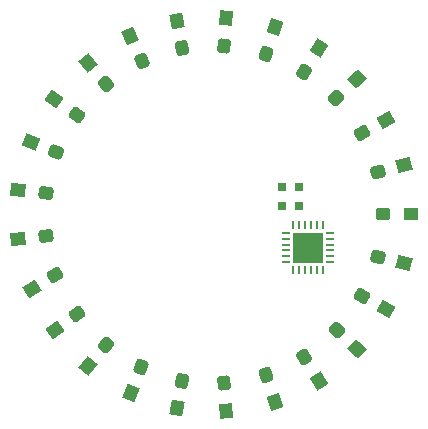
<source format=gtp>
G04*
G04 #@! TF.GenerationSoftware,Altium Limited,Altium Designer,23.8.1 (32)*
G04*
G04 Layer_Color=8421504*
%FSLAX44Y44*%
%MOMM*%
G71*
G04*
G04 #@! TF.SameCoordinates,569DF6A4-0AC1-4917-97B5-21C436C54E36*
G04*
G04*
G04 #@! TF.FilePolarity,Positive*
G04*
G01*
G75*
%ADD16R,2.5500X2.5500*%
%ADD17R,0.2500X0.8000*%
%ADD18R,0.8000X0.2500*%
G04:AMPARAMS|DCode=19|XSize=1.25mm|YSize=1.1mm|CornerRadius=0.275mm|HoleSize=0mm|Usage=FLASHONLY|Rotation=260.143|XOffset=0mm|YOffset=0mm|HoleType=Round|Shape=RoundedRectangle|*
%AMROUNDEDRECTD19*
21,1,1.2500,0.5500,0,0,260.143*
21,1,0.7000,1.1000,0,0,260.143*
1,1,0.5500,-0.3309,-0.2978*
1,1,0.5500,-0.2110,0.3919*
1,1,0.5500,0.3309,0.2978*
1,1,0.5500,0.2110,-0.3919*
%
%ADD19ROUNDEDRECTD19*%
G04:AMPARAMS|DCode=20|XSize=1.25mm|YSize=1.1mm|CornerRadius=0mm|HoleSize=0mm|Usage=FLASHONLY|Rotation=260.143|XOffset=0mm|YOffset=0mm|HoleType=Round|Shape=Rectangle|*
%AMROTATEDRECTD20*
4,1,4,-0.4349,0.7099,0.6489,0.5216,0.4349,-0.7099,-0.6489,-0.5216,-0.4349,0.7099,0.0*
%
%ADD20ROTATEDRECTD20*%

G04:AMPARAMS|DCode=21|XSize=1.25mm|YSize=1.1mm|CornerRadius=0.275mm|HoleSize=0mm|Usage=FLASHONLY|Rotation=230.400|XOffset=0mm|YOffset=0mm|HoleType=Round|Shape=RoundedRectangle|*
%AMROUNDEDRECTD21*
21,1,1.2500,0.5500,0,0,230.4*
21,1,0.7000,1.1000,0,0,230.4*
1,1,0.5500,-0.4350,-0.0944*
1,1,0.5500,0.0112,0.4450*
1,1,0.5500,0.4350,0.0944*
1,1,0.5500,-0.0112,-0.4450*
%
%ADD21ROUNDEDRECTD21*%
G04:AMPARAMS|DCode=22|XSize=1.25mm|YSize=1.1mm|CornerRadius=0mm|HoleSize=0mm|Usage=FLASHONLY|Rotation=230.400|XOffset=0mm|YOffset=0mm|HoleType=Round|Shape=Rectangle|*
%AMROTATEDRECTD22*
4,1,4,-0.0254,0.8322,0.8222,0.1310,0.0254,-0.8322,-0.8222,-0.1310,-0.0254,0.8322,0.0*
%
%ADD22ROTATEDRECTD22*%

G04:AMPARAMS|DCode=23|XSize=1.25mm|YSize=1.1mm|CornerRadius=0.275mm|HoleSize=0mm|Usage=FLASHONLY|Rotation=72.000|XOffset=0mm|YOffset=0mm|HoleType=Round|Shape=RoundedRectangle|*
%AMROUNDEDRECTD23*
21,1,1.2500,0.5500,0,0,72.0*
21,1,0.7000,1.1000,0,0,72.0*
1,1,0.5500,0.3697,0.2479*
1,1,0.5500,0.1534,-0.4178*
1,1,0.5500,-0.3697,-0.2479*
1,1,0.5500,-0.1534,0.4178*
%
%ADD23ROUNDEDRECTD23*%
G04:AMPARAMS|DCode=24|XSize=1.25mm|YSize=1.1mm|CornerRadius=0mm|HoleSize=0mm|Usage=FLASHONLY|Rotation=72.000|XOffset=0mm|YOffset=0mm|HoleType=Round|Shape=Rectangle|*
%AMROTATEDRECTD24*
4,1,4,0.3300,-0.7644,-0.7162,-0.4245,-0.3300,0.7644,0.7162,0.4245,0.3300,-0.7644,0.0*
%
%ADD24ROTATEDRECTD24*%

G04:AMPARAMS|DCode=25|XSize=1.25mm|YSize=1.1mm|CornerRadius=0.275mm|HoleSize=0mm|Usage=FLASHONLY|Rotation=302.400|XOffset=0mm|YOffset=0mm|HoleType=Round|Shape=RoundedRectangle|*
%AMROUNDEDRECTD25*
21,1,1.2500,0.5500,0,0,302.4*
21,1,0.7000,1.1000,0,0,302.4*
1,1,0.5500,-0.0447,-0.4429*
1,1,0.5500,-0.4197,0.1482*
1,1,0.5500,0.0447,0.4429*
1,1,0.5500,0.4197,-0.1482*
%
%ADD25ROUNDEDRECTD25*%
G04:AMPARAMS|DCode=26|XSize=1.25mm|YSize=1.1mm|CornerRadius=0mm|HoleSize=0mm|Usage=FLASHONLY|Rotation=302.400|XOffset=0mm|YOffset=0mm|HoleType=Round|Shape=Rectangle|*
%AMROTATEDRECTD26*
4,1,4,-0.7993,0.2330,0.1295,0.8224,0.7993,-0.2330,-0.1295,-0.8224,-0.7993,0.2330,0.0*
%
%ADD26ROTATEDRECTD26*%

G04:AMPARAMS|DCode=27|XSize=1.25mm|YSize=1.1mm|CornerRadius=0.275mm|HoleSize=0mm|Usage=FLASHONLY|Rotation=316.800|XOffset=0mm|YOffset=0mm|HoleType=Round|Shape=RoundedRectangle|*
%AMROUNDEDRECTD27*
21,1,1.2500,0.5500,0,0,316.8*
21,1,0.7000,1.1000,0,0,316.8*
1,1,0.5500,0.0669,-0.4401*
1,1,0.5500,-0.4434,0.0391*
1,1,0.5500,-0.0669,0.4401*
1,1,0.5500,0.4434,-0.0391*
%
%ADD27ROUNDEDRECTD27*%
G04:AMPARAMS|DCode=28|XSize=1.25mm|YSize=1.1mm|CornerRadius=0mm|HoleSize=0mm|Usage=FLASHONLY|Rotation=316.800|XOffset=0mm|YOffset=0mm|HoleType=Round|Shape=Rectangle|*
%AMROTATEDRECTD28*
4,1,4,-0.8321,0.0269,-0.0791,0.8288,0.8321,-0.0269,0.0791,-0.8288,-0.8321,0.0269,0.0*
%
%ADD28ROTATEDRECTD28*%

G04:AMPARAMS|DCode=29|XSize=1.25mm|YSize=1.1mm|CornerRadius=0.275mm|HoleSize=0mm|Usage=FLASHONLY|Rotation=331.200|XOffset=0mm|YOffset=0mm|HoleType=Round|Shape=RoundedRectangle|*
%AMROUNDEDRECTD29*
21,1,1.2500,0.5500,0,0,331.2*
21,1,0.7000,1.1000,0,0,331.2*
1,1,0.5500,0.1742,-0.4096*
1,1,0.5500,-0.4392,-0.0724*
1,1,0.5500,-0.1742,0.4096*
1,1,0.5500,0.4392,0.0724*
%
%ADD29ROUNDEDRECTD29*%
G04:AMPARAMS|DCode=30|XSize=1.25mm|YSize=1.1mm|CornerRadius=0mm|HoleSize=0mm|Usage=FLASHONLY|Rotation=331.200|XOffset=0mm|YOffset=0mm|HoleType=Round|Shape=Rectangle|*
%AMROTATEDRECTD30*
4,1,4,-0.8127,-0.1809,-0.2827,0.7831,0.8127,0.1809,0.2827,-0.7831,-0.8127,-0.1809,0.0*
%
%ADD30ROTATEDRECTD30*%

G04:AMPARAMS|DCode=31|XSize=1.25mm|YSize=1.1mm|CornerRadius=0.275mm|HoleSize=0mm|Usage=FLASHONLY|Rotation=345.600|XOffset=0mm|YOffset=0mm|HoleType=Round|Shape=RoundedRectangle|*
%AMROUNDEDRECTD31*
21,1,1.2500,0.5500,0,0,345.6*
21,1,0.7000,1.1000,0,0,345.6*
1,1,0.5500,0.2706,-0.3534*
1,1,0.5500,-0.4074,-0.1793*
1,1,0.5500,-0.2706,0.3534*
1,1,0.5500,0.4074,0.1793*
%
%ADD31ROUNDEDRECTD31*%
G04:AMPARAMS|DCode=32|XSize=1.25mm|YSize=1.1mm|CornerRadius=0mm|HoleSize=0mm|Usage=FLASHONLY|Rotation=345.600|XOffset=0mm|YOffset=0mm|HoleType=Round|Shape=Rectangle|*
%AMROTATEDRECTD32*
4,1,4,-0.7421,-0.3773,-0.4686,0.6882,0.7421,0.3773,0.4686,-0.6882,-0.7421,-0.3773,0.0*
%
%ADD32ROTATEDRECTD32*%

G04:AMPARAMS|DCode=33|XSize=1.25mm|YSize=1.1mm|CornerRadius=0.275mm|HoleSize=0mm|Usage=FLASHONLY|Rotation=0.008|XOffset=0mm|YOffset=0mm|HoleType=Round|Shape=RoundedRectangle|*
%AMROUNDEDRECTD33*
21,1,1.2500,0.5500,0,0,0.008*
21,1,0.7000,1.1000,0,0,0.008*
1,1,0.5500,0.3500,-0.2750*
1,1,0.5500,-0.3500,-0.2751*
1,1,0.5500,-0.3500,0.2750*
1,1,0.5500,0.3500,0.2751*
%
%ADD33ROUNDEDRECTD33*%
G04:AMPARAMS|DCode=34|XSize=1.25mm|YSize=1.1mm|CornerRadius=0mm|HoleSize=0mm|Usage=FLASHONLY|Rotation=0.008|XOffset=0mm|YOffset=0mm|HoleType=Round|Shape=Rectangle|*
%AMROTATEDRECTD34*
4,1,4,-0.6249,-0.5501,-0.6251,0.5499,0.6249,0.5501,0.6251,-0.5499,-0.6249,-0.5501,0.0*
%
%ADD34ROTATEDRECTD34*%

G04:AMPARAMS|DCode=35|XSize=1.25mm|YSize=1.1mm|CornerRadius=0.275mm|HoleSize=0mm|Usage=FLASHONLY|Rotation=248.401|XOffset=0mm|YOffset=0mm|HoleType=Round|Shape=RoundedRectangle|*
%AMROUNDEDRECTD35*
21,1,1.2500,0.5500,0,0,248.401*
21,1,0.7000,1.1000,0,0,248.401*
1,1,0.5500,-0.3845,-0.2242*
1,1,0.5500,-0.1269,0.4267*
1,1,0.5500,0.3845,0.2242*
1,1,0.5500,0.1269,-0.4267*
%
%ADD35ROUNDEDRECTD35*%
G04:AMPARAMS|DCode=36|XSize=1.25mm|YSize=1.1mm|CornerRadius=0mm|HoleSize=0mm|Usage=FLASHONLY|Rotation=248.401|XOffset=0mm|YOffset=0mm|HoleType=Round|Shape=Rectangle|*
%AMROTATEDRECTD36*
4,1,4,-0.2813,0.7836,0.7415,0.3787,0.2813,-0.7836,-0.7415,-0.3787,-0.2813,0.7836,0.0*
%
%ADD36ROTATEDRECTD36*%

G04:AMPARAMS|DCode=37|XSize=1.25mm|YSize=1.1mm|CornerRadius=0.275mm|HoleSize=0mm|Usage=FLASHONLY|Rotation=273.600|XOffset=0mm|YOffset=0mm|HoleType=Round|Shape=RoundedRectangle|*
%AMROUNDEDRECTD37*
21,1,1.2500,0.5500,0,0,273.6*
21,1,0.7000,1.1000,0,0,273.6*
1,1,0.5500,-0.2525,-0.3666*
1,1,0.5500,-0.2964,0.3320*
1,1,0.5500,0.2525,0.3666*
1,1,0.5500,0.2964,-0.3320*
%
%ADD37ROUNDEDRECTD37*%
G04:AMPARAMS|DCode=38|XSize=1.25mm|YSize=1.1mm|CornerRadius=0mm|HoleSize=0mm|Usage=FLASHONLY|Rotation=273.600|XOffset=0mm|YOffset=0mm|HoleType=Round|Shape=Rectangle|*
%AMROTATEDRECTD38*
4,1,4,-0.5882,0.5892,0.5097,0.6583,0.5882,-0.5892,-0.5097,-0.6583,-0.5882,0.5892,0.0*
%
%ADD38ROTATEDRECTD38*%

G04:AMPARAMS|DCode=39|XSize=1.25mm|YSize=1.1mm|CornerRadius=0.275mm|HoleSize=0mm|Usage=FLASHONLY|Rotation=288.000|XOffset=0mm|YOffset=0mm|HoleType=Round|Shape=RoundedRectangle|*
%AMROUNDEDRECTD39*
21,1,1.2500,0.5500,0,0,288.0*
21,1,0.7000,1.1000,0,0,288.0*
1,1,0.5500,-0.1534,-0.4178*
1,1,0.5500,-0.3697,0.2479*
1,1,0.5500,0.1534,0.4178*
1,1,0.5500,0.3697,-0.2479*
%
%ADD39ROUNDEDRECTD39*%
G04:AMPARAMS|DCode=40|XSize=1.25mm|YSize=1.1mm|CornerRadius=0mm|HoleSize=0mm|Usage=FLASHONLY|Rotation=288.000|XOffset=0mm|YOffset=0mm|HoleType=Round|Shape=Rectangle|*
%AMROTATEDRECTD40*
4,1,4,-0.7162,0.4245,0.3300,0.7644,0.7162,-0.4245,-0.3300,-0.7644,-0.7162,0.4245,0.0*
%
%ADD40ROTATEDRECTD40*%

G04:AMPARAMS|DCode=41|XSize=1.25mm|YSize=1.1mm|CornerRadius=0.275mm|HoleSize=0mm|Usage=FLASHONLY|Rotation=158.400|XOffset=0mm|YOffset=0mm|HoleType=Round|Shape=RoundedRectangle|*
%AMROUNDEDRECTD41*
21,1,1.2500,0.5500,0,0,158.4*
21,1,0.7000,1.1000,0,0,158.4*
1,1,0.5500,-0.2242,0.3845*
1,1,0.5500,0.4267,0.1269*
1,1,0.5500,0.2242,-0.3845*
1,1,0.5500,-0.4267,-0.1269*
%
%ADD41ROUNDEDRECTD41*%
G04:AMPARAMS|DCode=42|XSize=1.25mm|YSize=1.1mm|CornerRadius=0mm|HoleSize=0mm|Usage=FLASHONLY|Rotation=158.400|XOffset=0mm|YOffset=0mm|HoleType=Round|Shape=Rectangle|*
%AMROTATEDRECTD42*
4,1,4,0.7836,0.2813,0.3786,-0.7415,-0.7836,-0.2813,-0.3786,0.7415,0.7836,0.2813,0.0*
%
%ADD42ROTATEDRECTD42*%

G04:AMPARAMS|DCode=43|XSize=1.25mm|YSize=1.1mm|CornerRadius=0.275mm|HoleSize=0mm|Usage=FLASHONLY|Rotation=172.800|XOffset=0mm|YOffset=0mm|HoleType=Round|Shape=RoundedRectangle|*
%AMROUNDEDRECTD43*
21,1,1.2500,0.5500,0,0,172.8*
21,1,0.7000,1.1000,0,0,172.8*
1,1,0.5500,-0.3128,0.3167*
1,1,0.5500,0.3817,0.2290*
1,1,0.5500,0.3128,-0.3167*
1,1,0.5500,-0.3817,-0.2290*
%
%ADD43ROUNDEDRECTD43*%
G04:AMPARAMS|DCode=44|XSize=1.25mm|YSize=1.1mm|CornerRadius=0mm|HoleSize=0mm|Usage=FLASHONLY|Rotation=172.800|XOffset=0mm|YOffset=0mm|HoleType=Round|Shape=Rectangle|*
%AMROTATEDRECTD44*
4,1,4,0.6890,0.4673,0.5511,-0.6240,-0.6890,-0.4673,-0.5511,0.6240,0.6890,0.4673,0.0*
%
%ADD44ROTATEDRECTD44*%

G04:AMPARAMS|DCode=45|XSize=1.25mm|YSize=1.1mm|CornerRadius=0.275mm|HoleSize=0mm|Usage=FLASHONLY|Rotation=187.200|XOffset=0mm|YOffset=0mm|HoleType=Round|Shape=RoundedRectangle|*
%AMROUNDEDRECTD45*
21,1,1.2500,0.5500,0,0,187.2*
21,1,0.7000,1.1000,0,0,187.2*
1,1,0.5500,-0.3817,0.2290*
1,1,0.5500,0.3128,0.3167*
1,1,0.5500,0.3817,-0.2290*
1,1,0.5500,-0.3128,-0.3167*
%
%ADD45ROUNDEDRECTD45*%
G04:AMPARAMS|DCode=46|XSize=1.25mm|YSize=1.1mm|CornerRadius=0mm|HoleSize=0mm|Usage=FLASHONLY|Rotation=187.200|XOffset=0mm|YOffset=0mm|HoleType=Round|Shape=Rectangle|*
%AMROTATEDRECTD46*
4,1,4,0.5511,0.6240,0.6890,-0.4673,-0.5511,-0.6240,-0.6890,0.4673,0.5511,0.6240,0.0*
%
%ADD46ROTATEDRECTD46*%

G04:AMPARAMS|DCode=47|XSize=1.25mm|YSize=1.1mm|CornerRadius=0.275mm|HoleSize=0mm|Usage=FLASHONLY|Rotation=211.921|XOffset=0mm|YOffset=0mm|HoleType=Round|Shape=RoundedRectangle|*
%AMROUNDEDRECTD47*
21,1,1.2500,0.5500,0,0,211.921*
21,1,0.7000,1.1000,0,0,211.921*
1,1,0.5500,-0.4425,0.0484*
1,1,0.5500,0.1517,0.4185*
1,1,0.5500,0.4425,-0.0484*
1,1,0.5500,-0.1517,-0.4185*
%
%ADD47ROUNDEDRECTD47*%
G04:AMPARAMS|DCode=48|XSize=1.25mm|YSize=1.1mm|CornerRadius=0mm|HoleSize=0mm|Usage=FLASHONLY|Rotation=211.921|XOffset=0mm|YOffset=0mm|HoleType=Round|Shape=Rectangle|*
%AMROTATEDRECTD48*
4,1,4,0.2397,0.7973,0.8213,-0.1364,-0.2397,-0.7973,-0.8213,0.1364,0.2397,0.7973,0.0*
%
%ADD48ROTATEDRECTD48*%

G04:AMPARAMS|DCode=49|XSize=1.25mm|YSize=1.1mm|CornerRadius=0.275mm|HoleSize=0mm|Usage=FLASHONLY|Rotation=215.804|XOffset=0mm|YOffset=0mm|HoleType=Round|Shape=RoundedRectangle|*
%AMROUNDEDRECTD49*
21,1,1.2500,0.5500,0,0,215.804*
21,1,0.7000,1.1000,0,0,215.804*
1,1,0.5500,-0.4447,0.0183*
1,1,0.5500,0.1230,0.4278*
1,1,0.5500,0.4447,-0.0183*
1,1,0.5500,-0.1230,-0.4278*
%
%ADD49ROUNDEDRECTD49*%
G04:AMPARAMS|DCode=50|XSize=1.25mm|YSize=1.1mm|CornerRadius=0mm|HoleSize=0mm|Usage=FLASHONLY|Rotation=215.804|XOffset=0mm|YOffset=0mm|HoleType=Round|Shape=Rectangle|*
%AMROTATEDRECTD50*
4,1,4,0.1851,0.8117,0.8287,-0.0804,-0.1851,-0.8117,-0.8287,0.0804,0.1851,0.8117,0.0*
%
%ADD50ROTATEDRECTD50*%

G04:AMPARAMS|DCode=51|XSize=1.25mm|YSize=1.1mm|CornerRadius=0.275mm|HoleSize=0mm|Usage=FLASHONLY|Rotation=86.400|XOffset=0mm|YOffset=0mm|HoleType=Round|Shape=RoundedRectangle|*
%AMROUNDEDRECTD51*
21,1,1.2500,0.5500,0,0,86.4*
21,1,0.7000,1.1000,0,0,86.4*
1,1,0.5500,0.2964,0.3320*
1,1,0.5500,0.2525,-0.3666*
1,1,0.5500,-0.2964,-0.3320*
1,1,0.5500,-0.2525,0.3666*
%
%ADD51ROUNDEDRECTD51*%
G04:AMPARAMS|DCode=52|XSize=1.25mm|YSize=1.1mm|CornerRadius=0mm|HoleSize=0mm|Usage=FLASHONLY|Rotation=86.400|XOffset=0mm|YOffset=0mm|HoleType=Round|Shape=Rectangle|*
%AMROTATEDRECTD52*
4,1,4,0.5097,-0.6583,-0.5882,-0.5892,-0.5097,0.6583,0.5882,0.5892,0.5097,-0.6583,0.0*
%
%ADD52ROTATEDRECTD52*%

G04:AMPARAMS|DCode=53|XSize=1.25mm|YSize=1.1mm|CornerRadius=0.275mm|HoleSize=0mm|Usage=FLASHONLY|Rotation=100.800|XOffset=0mm|YOffset=0mm|HoleType=Round|Shape=RoundedRectangle|*
%AMROUNDEDRECTD53*
21,1,1.2500,0.5500,0,0,100.8*
21,1,0.7000,1.1000,0,0,100.8*
1,1,0.5500,0.2046,0.3953*
1,1,0.5500,0.3357,-0.2923*
1,1,0.5500,-0.2046,-0.3953*
1,1,0.5500,-0.3357,0.2923*
%
%ADD53ROUNDEDRECTD53*%
G04:AMPARAMS|DCode=54|XSize=1.25mm|YSize=1.1mm|CornerRadius=0mm|HoleSize=0mm|Usage=FLASHONLY|Rotation=100.800|XOffset=0mm|YOffset=0mm|HoleType=Round|Shape=Rectangle|*
%AMROTATEDRECTD54*
4,1,4,0.6574,-0.5109,-0.4232,-0.7170,-0.6574,0.5109,0.4232,0.7170,0.6574,-0.5109,0.0*
%
%ADD54ROTATEDRECTD54*%

G04:AMPARAMS|DCode=55|XSize=1.25mm|YSize=1.1mm|CornerRadius=0.275mm|HoleSize=0mm|Usage=FLASHONLY|Rotation=115.200|XOffset=0mm|YOffset=0mm|HoleType=Round|Shape=RoundedRectangle|*
%AMROUNDEDRECTD55*
21,1,1.2500,0.5500,0,0,115.2*
21,1,0.7000,1.1000,0,0,115.2*
1,1,0.5500,0.0998,0.4338*
1,1,0.5500,0.3979,-0.1996*
1,1,0.5500,-0.0998,-0.4338*
1,1,0.5500,-0.3979,0.1996*
%
%ADD55ROUNDEDRECTD55*%
G04:AMPARAMS|DCode=56|XSize=1.25mm|YSize=1.1mm|CornerRadius=0mm|HoleSize=0mm|Usage=FLASHONLY|Rotation=115.200|XOffset=0mm|YOffset=0mm|HoleType=Round|Shape=Rectangle|*
%AMROTATEDRECTD56*
4,1,4,0.7638,-0.3313,-0.2315,-0.7997,-0.7638,0.3313,0.2315,0.7997,0.7638,-0.3313,0.0*
%
%ADD56ROTATEDRECTD56*%

G04:AMPARAMS|DCode=57|XSize=1.25mm|YSize=1.1mm|CornerRadius=0.275mm|HoleSize=0mm|Usage=FLASHONLY|Rotation=129.600|XOffset=0mm|YOffset=0mm|HoleType=Round|Shape=RoundedRectangle|*
%AMROUNDEDRECTD57*
21,1,1.2500,0.5500,0,0,129.6*
21,1,0.7000,1.1000,0,0,129.6*
1,1,0.5500,-0.0112,0.4450*
1,1,0.5500,0.4350,-0.0944*
1,1,0.5500,0.0112,-0.4450*
1,1,0.5500,-0.4350,0.0944*
%
%ADD57ROUNDEDRECTD57*%
G04:AMPARAMS|DCode=58|XSize=1.25mm|YSize=1.1mm|CornerRadius=0mm|HoleSize=0mm|Usage=FLASHONLY|Rotation=129.600|XOffset=0mm|YOffset=0mm|HoleType=Round|Shape=Rectangle|*
%AMROTATEDRECTD58*
4,1,4,0.8222,-0.1310,-0.0254,-0.8322,-0.8222,0.1310,0.0254,0.8322,0.8222,-0.1310,0.0*
%
%ADD58ROTATEDRECTD58*%

G04:AMPARAMS|DCode=59|XSize=1.25mm|YSize=1.1mm|CornerRadius=0.275mm|HoleSize=0mm|Usage=FLASHONLY|Rotation=144.000|XOffset=0mm|YOffset=0mm|HoleType=Round|Shape=RoundedRectangle|*
%AMROUNDEDRECTD59*
21,1,1.2500,0.5500,0,0,144.0*
21,1,0.7000,1.1000,0,0,144.0*
1,1,0.5500,-0.1215,0.4282*
1,1,0.5500,0.4448,0.0168*
1,1,0.5500,0.1215,-0.4282*
1,1,0.5500,-0.4448,-0.0168*
%
%ADD59ROUNDEDRECTD59*%
G04:AMPARAMS|DCode=60|XSize=1.25mm|YSize=1.1mm|CornerRadius=0mm|HoleSize=0mm|Usage=FLASHONLY|Rotation=144.000|XOffset=0mm|YOffset=0mm|HoleType=Round|Shape=Rectangle|*
%AMROTATEDRECTD60*
4,1,4,0.8289,0.0776,0.1824,-0.8123,-0.8289,-0.0776,-0.1824,0.8123,0.8289,0.0776,0.0*
%
%ADD60ROTATEDRECTD60*%

G04:AMPARAMS|DCode=61|XSize=1.25mm|YSize=1.1mm|CornerRadius=0.275mm|HoleSize=0mm|Usage=FLASHONLY|Rotation=14.400|XOffset=0mm|YOffset=0mm|HoleType=Round|Shape=RoundedRectangle|*
%AMROUNDEDRECTD61*
21,1,1.2500,0.5500,0,0,14.4*
21,1,0.7000,1.1000,0,0,14.4*
1,1,0.5500,0.4074,-0.1793*
1,1,0.5500,-0.2706,-0.3534*
1,1,0.5500,-0.4074,0.1793*
1,1,0.5500,0.2706,0.3534*
%
%ADD61ROUNDEDRECTD61*%
G04:AMPARAMS|DCode=62|XSize=1.25mm|YSize=1.1mm|CornerRadius=0mm|HoleSize=0mm|Usage=FLASHONLY|Rotation=14.400|XOffset=0mm|YOffset=0mm|HoleType=Round|Shape=Rectangle|*
%AMROTATEDRECTD62*
4,1,4,-0.4686,-0.6882,-0.7421,0.3773,0.4686,0.6882,0.7421,-0.3773,-0.4686,-0.6882,0.0*
%
%ADD62ROTATEDRECTD62*%

G04:AMPARAMS|DCode=63|XSize=1.25mm|YSize=1.1mm|CornerRadius=0.275mm|HoleSize=0mm|Usage=FLASHONLY|Rotation=28.795|XOffset=0mm|YOffset=0mm|HoleType=Round|Shape=RoundedRectangle|*
%AMROUNDEDRECTD63*
21,1,1.2500,0.5500,0,0,28.795*
21,1,0.7000,1.1000,0,0,28.795*
1,1,0.5500,0.4392,-0.0724*
1,1,0.5500,-0.1743,-0.4096*
1,1,0.5500,-0.4392,0.0724*
1,1,0.5500,0.1743,0.4096*
%
%ADD63ROUNDEDRECTD63*%
G04:AMPARAMS|DCode=64|XSize=1.25mm|YSize=1.1mm|CornerRadius=0mm|HoleSize=0mm|Usage=FLASHONLY|Rotation=28.795|XOffset=0mm|YOffset=0mm|HoleType=Round|Shape=Rectangle|*
%AMROTATEDRECTD64*
4,1,4,-0.2828,-0.7830,-0.8126,0.1809,0.2828,0.7830,0.8126,-0.1809,-0.2828,-0.7830,0.0*
%
%ADD64ROTATEDRECTD64*%

G04:AMPARAMS|DCode=65|XSize=1.25mm|YSize=1.1mm|CornerRadius=0.275mm|HoleSize=0mm|Usage=FLASHONLY|Rotation=43.457|XOffset=0mm|YOffset=0mm|HoleType=Round|Shape=RoundedRectangle|*
%AMROUNDEDRECTD65*
21,1,1.2500,0.5500,0,0,43.457*
21,1,0.7000,1.1000,0,0,43.457*
1,1,0.5500,0.4432,0.0411*
1,1,0.5500,-0.0649,-0.4404*
1,1,0.5500,-0.4432,-0.0411*
1,1,0.5500,0.0649,0.4404*
%
%ADD65ROUNDEDRECTD65*%
G04:AMPARAMS|DCode=66|XSize=1.25mm|YSize=1.1mm|CornerRadius=0mm|HoleSize=0mm|Usage=FLASHONLY|Rotation=43.457|XOffset=0mm|YOffset=0mm|HoleType=Round|Shape=Rectangle|*
%AMROTATEDRECTD66*
4,1,4,-0.0754,-0.8291,-0.8320,-0.0306,0.0754,0.8291,0.8320,0.0306,-0.0754,-0.8291,0.0*
%
%ADD66ROTATEDRECTD66*%

G04:AMPARAMS|DCode=67|XSize=1.25mm|YSize=1.1mm|CornerRadius=0.275mm|HoleSize=0mm|Usage=FLASHONLY|Rotation=57.600|XOffset=0mm|YOffset=0mm|HoleType=Round|Shape=RoundedRectangle|*
%AMROUNDEDRECTD67*
21,1,1.2500,0.5500,0,0,57.6*
21,1,0.7000,1.1000,0,0,57.6*
1,1,0.5500,0.4197,0.1482*
1,1,0.5500,0.0447,-0.4429*
1,1,0.5500,-0.4197,-0.1482*
1,1,0.5500,-0.0447,0.4429*
%
%ADD67ROUNDEDRECTD67*%
G04:AMPARAMS|DCode=68|XSize=1.25mm|YSize=1.1mm|CornerRadius=0mm|HoleSize=0mm|Usage=FLASHONLY|Rotation=57.600|XOffset=0mm|YOffset=0mm|HoleType=Round|Shape=Rectangle|*
%AMROTATEDRECTD68*
4,1,4,0.1295,-0.8224,-0.7993,-0.2330,-0.1295,0.8224,0.7993,0.2330,0.1295,-0.8224,0.0*
%
%ADD68ROTATEDRECTD68*%

%ADD69R,0.8000X0.8000*%
D16*
X80000Y-28000D02*
D03*
D17*
X92500Y-8750D02*
D03*
X87500D02*
D03*
X82500D02*
D03*
Y-47250D02*
D03*
X87500D02*
D03*
X92500D02*
D03*
X72500Y-8750D02*
D03*
X67500D02*
D03*
Y-47250D02*
D03*
X72500D02*
D03*
X77500Y-8750D02*
D03*
Y-47250D02*
D03*
D18*
X98750Y-20500D02*
D03*
Y-15500D02*
D03*
X61250D02*
D03*
Y-20500D02*
D03*
X98750Y-40500D02*
D03*
Y-35500D02*
D03*
X98750Y-30500D02*
D03*
X61250D02*
D03*
X61250Y-35500D02*
D03*
Y-40500D02*
D03*
X98750Y-25500D02*
D03*
X61250D02*
D03*
D19*
X-27034Y-140677D02*
D03*
D20*
X-31057Y-163831D02*
D03*
D21*
X-91311Y-110376D02*
D03*
D22*
X-106291Y-128483D02*
D03*
D23*
X44267Y136239D02*
D03*
D24*
X51529Y158589D02*
D03*
D25*
X76757Y-120950D02*
D03*
D26*
X89349Y-140792D02*
D03*
D27*
X104425Y-98061D02*
D03*
D28*
X121556Y-114148D02*
D03*
D29*
X125531Y-69011D02*
D03*
D30*
X146124Y-80332D02*
D03*
D31*
X138750Y-35625D02*
D03*
D32*
X161511Y-41469D02*
D03*
D33*
X143261Y11D02*
D03*
D34*
X166761Y15D02*
D03*
D35*
X-61630Y-129338D02*
D03*
D36*
X-70281Y-151188D02*
D03*
D37*
X8995Y-142967D02*
D03*
D38*
X10470Y-166421D02*
D03*
D39*
X44267Y-136239D02*
D03*
D40*
X51529Y-158589D02*
D03*
D41*
X-133191Y52734D02*
D03*
D42*
X-155040Y61385D02*
D03*
D43*
X-142120Y17954D02*
D03*
D44*
X-165435Y20899D02*
D03*
D45*
X-142120Y-17954D02*
D03*
D46*
X-165435Y-20899D02*
D03*
D47*
X-134179Y-50880D02*
D03*
D48*
X-154126Y-63305D02*
D03*
D49*
X-115652Y-84035D02*
D03*
D50*
X-134711Y-97783D02*
D03*
D51*
X8995Y142967D02*
D03*
D52*
X10470Y166421D02*
D03*
D53*
X-26843Y140713D02*
D03*
D54*
X-31246Y163796D02*
D03*
D55*
X-60993Y129616D02*
D03*
D56*
X-70999Y150880D02*
D03*
D57*
X-91311Y110376D02*
D03*
D58*
X-106291Y128483D02*
D03*
D59*
X-115892Y84200D02*
D03*
D60*
X-134904Y98013D02*
D03*
D61*
X138750Y35625D02*
D03*
D62*
X161511Y41469D02*
D03*
D63*
X125522Y69015D02*
D03*
D64*
X146116Y80334D02*
D03*
D65*
X103860Y98410D02*
D03*
D66*
X120918Y114573D02*
D03*
D67*
X76757Y120950D02*
D03*
D68*
X89349Y140792D02*
D03*
D69*
X72598Y7288D02*
D03*
X57598D02*
D03*
X72598Y23288D02*
D03*
X57598D02*
D03*
M02*

</source>
